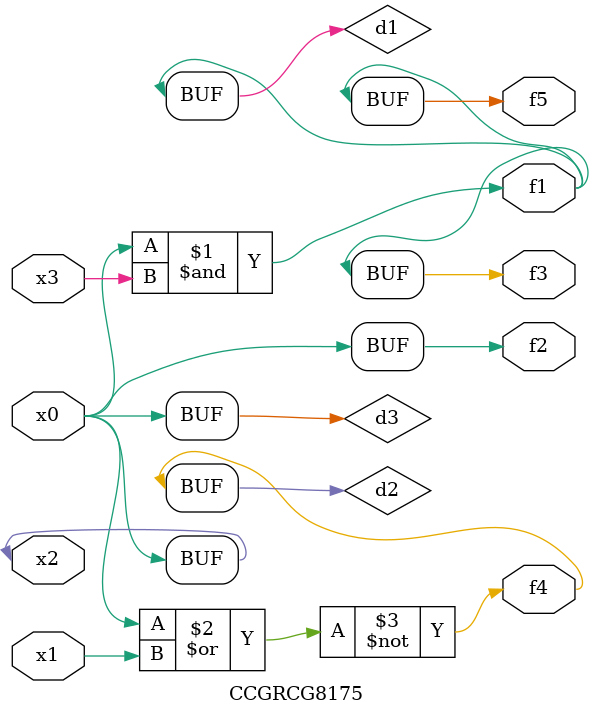
<source format=v>
module CCGRCG8175(
	input x0, x1, x2, x3,
	output f1, f2, f3, f4, f5
);

	wire d1, d2, d3;

	and (d1, x2, x3);
	nor (d2, x0, x1);
	buf (d3, x0, x2);
	assign f1 = d1;
	assign f2 = d3;
	assign f3 = d1;
	assign f4 = d2;
	assign f5 = d1;
endmodule

</source>
